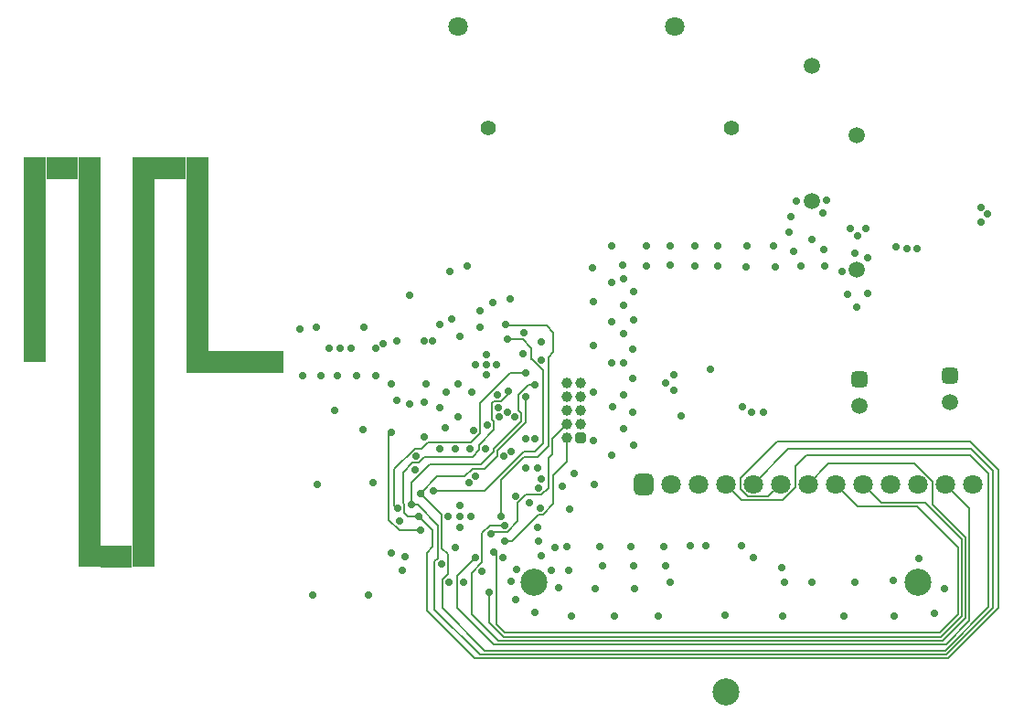
<source format=gbr>
%TF.GenerationSoftware,KiCad,Pcbnew,8.0.6-1.fc40*%
%TF.CreationDate,2024-12-16T09:47:33-08:00*%
%TF.ProjectId,energy_meter,656e6572-6779-45f6-9d65-7465722e6b69,0*%
%TF.SameCoordinates,Original*%
%TF.FileFunction,Copper,L4,Bot*%
%TF.FilePolarity,Positive*%
%FSLAX46Y46*%
G04 Gerber Fmt 4.6, Leading zero omitted, Abs format (unit mm)*
G04 Created by KiCad (PCBNEW 8.0.6-1.fc40) date 2024-12-16 09:47:33*
%MOMM*%
%LPD*%
G01*
G04 APERTURE LIST*
G04 Aperture macros list*
%AMRoundRect*
0 Rectangle with rounded corners*
0 $1 Rounding radius*
0 $2 $3 $4 $5 $6 $7 $8 $9 X,Y pos of 4 corners*
0 Add a 4 corners polygon primitive as box body*
4,1,4,$2,$3,$4,$5,$6,$7,$8,$9,$2,$3,0*
0 Add four circle primitives for the rounded corners*
1,1,$1+$1,$2,$3*
1,1,$1+$1,$4,$5*
1,1,$1+$1,$6,$7*
1,1,$1+$1,$8,$9*
0 Add four rect primitives between the rounded corners*
20,1,$1+$1,$2,$3,$4,$5,0*
20,1,$1+$1,$4,$5,$6,$7,0*
20,1,$1+$1,$6,$7,$8,$9,0*
20,1,$1+$1,$8,$9,$2,$3,0*%
G04 Aperture macros list end*
%TA.AperFunction,ComponentPad*%
%ADD10RoundRect,0.250000X0.250000X-0.250000X0.250000X0.250000X-0.250000X0.250000X-0.250000X-0.250000X0*%
%TD*%
%TA.AperFunction,ComponentPad*%
%ADD11C,1.000000*%
%TD*%
%TA.AperFunction,ComponentPad*%
%ADD12RoundRect,0.375000X-0.375000X0.375000X-0.375000X-0.375000X0.375000X-0.375000X0.375000X0.375000X0*%
%TD*%
%TA.AperFunction,ComponentPad*%
%ADD13C,1.500000*%
%TD*%
%TA.AperFunction,ComponentPad*%
%ADD14C,1.400000*%
%TD*%
%TA.AperFunction,SMDPad,CuDef*%
%ADD15R,3.000000X2.000000*%
%TD*%
%TA.AperFunction,ComponentPad*%
%ADD16C,0.500000*%
%TD*%
%TA.AperFunction,SMDPad,CuDef*%
%ADD17R,2.000000X38.000000*%
%TD*%
%TA.AperFunction,SMDPad,CuDef*%
%ADD18R,9.000000X2.000000*%
%TD*%
%TA.AperFunction,SMDPad,CuDef*%
%ADD19R,2.000000X19.000000*%
%TD*%
%TA.AperFunction,SMDPad,CuDef*%
%ADD20R,2.000000X18.000000*%
%TD*%
%TA.AperFunction,ComponentPad*%
%ADD21RoundRect,0.450000X-0.450000X-0.550000X0.450000X-0.550000X0.450000X0.550000X-0.450000X0.550000X0*%
%TD*%
%TA.AperFunction,ComponentPad*%
%ADD22C,1.800000*%
%TD*%
%TA.AperFunction,ComponentPad*%
%ADD23C,2.500000*%
%TD*%
%TA.AperFunction,ViaPad*%
%ADD24C,0.700000*%
%TD*%
%TA.AperFunction,Conductor*%
%ADD25C,0.200000*%
%TD*%
G04 APERTURE END LIST*
D10*
%TO.P,J401,1,Vref*%
%TO.N,+3V*%
X126500000Y-84980000D03*
D11*
%TO.P,J401,2,SWDIO*%
%TO.N,Net-(J401-SWDIO)*%
X125230000Y-84980000D03*
%TO.P,J401,3,GND*%
%TO.N,GND*%
X126500000Y-83710000D03*
%TO.P,J401,4,SWCLK*%
%TO.N,Net-(J401-SWCLK)*%
X125230000Y-83710000D03*
%TO.P,J401,5,GND*%
%TO.N,GND*%
X126500000Y-82440000D03*
%TO.P,J401,6,SWO*%
%TO.N,unconnected-(J401-SWO-Pad6)*%
X125230000Y-82440000D03*
%TO.P,J401,7,NC*%
%TO.N,unconnected-(J401-NC-Pad7)*%
X126500000Y-81170000D03*
%TO.P,J401,8,NC*%
%TO.N,unconnected-(J401-NC-Pad8)*%
X125230000Y-81170000D03*
%TO.P,J401,9,NC*%
%TO.N,unconnected-(J401-NC-Pad9)*%
X126500000Y-79900000D03*
%TO.P,J401,10,~{RESET}*%
%TO.N,/HMI.Reset*%
X125230000Y-79900000D03*
%TD*%
D12*
%TO.P,C208,1*%
%TO.N,/Power/12V\u002C50mA*%
X160700000Y-79250000D03*
D13*
%TO.P,C208,2*%
%TO.N,GND*%
X160700000Y-81750000D03*
%TD*%
D14*
%TO.P,C203,1*%
%TO.N,Net-(C203-Pad1)*%
X117950000Y-56300000D03*
%TO.P,C203,2*%
%TO.N,Net-(D202-K)*%
X140450000Y-56300000D03*
%TD*%
D15*
%TO.P,A601,1,1*%
%TO.N,Net-(A601-Pad1)*%
X83500000Y-96000000D03*
D16*
X81000000Y-95900000D03*
X86000000Y-95900000D03*
X81000000Y-87400000D03*
X86000000Y-87400000D03*
X81000000Y-78000000D03*
D17*
X81000000Y-78000000D03*
D16*
X86000000Y-78000000D03*
D17*
X86000000Y-78000000D03*
D16*
X91000000Y-78000000D03*
D18*
X94500000Y-78000000D03*
D16*
X94600000Y-78000000D03*
X97800000Y-78000000D03*
X76000000Y-77700000D03*
X76000000Y-68600000D03*
X81000000Y-68600000D03*
X86000000Y-68600000D03*
X91000000Y-68600000D03*
D19*
X76000000Y-68500000D03*
D20*
X91000000Y-68000000D03*
D16*
X76000000Y-60100000D03*
X81000000Y-60100000D03*
X86000000Y-60100000D03*
X91000000Y-60100000D03*
D15*
X78500000Y-60000000D03*
X88500000Y-60000000D03*
%TD*%
D21*
%TO.P,J501,1,VIN*%
%TO.N,+3V*%
X132320000Y-89300000D03*
D22*
%TO.P,J501,2,3V3*%
%TO.N,unconnected-(J501-3V3-Pad2)*%
X134860000Y-89300000D03*
%TO.P,J501,3,GND*%
%TO.N,GND*%
X137400000Y-89300000D03*
%TO.P,J501,4,SCK*%
%TO.N,/SPI.SCK*%
X139940000Y-89300000D03*
%TO.P,J501,5,MISO*%
%TO.N,/SPI.Miso*%
X142480000Y-89300000D03*
%TO.P,J501,6,MOSI*%
%TO.N,/SPI.Mosi*%
X145020000Y-89300000D03*
%TO.P,J501,7,ECS*%
%TO.N,/HMI.ECS*%
X147560000Y-89300000D03*
%TO.P,J501,8,D/C*%
%TO.N,/HMI.DC*%
X150100000Y-89300000D03*
%TO.P,J501,9,SRCS*%
%TO.N,/HMI.SRCS*%
X152640000Y-89300000D03*
%TO.P,J501,10,SDCS*%
%TO.N,unconnected-(J501-SDCS-Pad10)*%
X155180000Y-89300000D03*
%TO.P,J501,11,RST*%
%TO.N,/HMI.Reset*%
X157720000Y-89300000D03*
%TO.P,J501,12,BUSY*%
%TO.N,/HMI.Busy*%
X160260000Y-89300000D03*
%TO.P,J501,13,ENA*%
%TO.N,unconnected-(J501-ENA-Pad13)*%
X162800000Y-89300000D03*
%TD*%
D12*
%TO.P,C207,1*%
%TO.N,/Power/12V\u002C50mA*%
X152300000Y-79550000D03*
D13*
%TO.P,C207,2*%
%TO.N,GND*%
X152300000Y-82050000D03*
%TD*%
D23*
%TO.P,T301,*%
%TO.N,*%
X140000000Y-108580000D03*
%TO.P,T301,1,1*%
%TO.N,Net-(R301-Pad2)*%
X157780000Y-98420000D03*
%TO.P,T301,2,2*%
%TO.N,Net-(R302-Pad2)*%
X122220000Y-98420000D03*
%TD*%
D13*
%TO.P,R306,1*%
%TO.N,/Power/AC.Neutral*%
X152100000Y-56950000D03*
%TO.P,R306,2*%
%TO.N,/Microcontroller/Sense.Neutral*%
X152100000Y-69450000D03*
%TD*%
D22*
%TO.P,R202,1*%
%TO.N,Net-(F201-Pad2)*%
X135200000Y-46900000D03*
%TO.P,R202,2*%
%TO.N,Net-(C203-Pad1)*%
X115200000Y-46900000D03*
%TD*%
D13*
%TO.P,R305,1*%
%TO.N,/Power/AC.Line*%
X147900000Y-50550000D03*
%TO.P,R305,2*%
%TO.N,/Microcontroller/Sense.Line*%
X147900000Y-63050000D03*
%TD*%
D24*
%TO.N,GND*%
X127800000Y-89300000D03*
X155550000Y-101550000D03*
X100500000Y-74900000D03*
X146500000Y-63100000D03*
X122900000Y-95900000D03*
X118700000Y-78250000D03*
X134400000Y-96900000D03*
X147900000Y-66600000D03*
X149000000Y-67600000D03*
X127700000Y-85300000D03*
X133700000Y-101500000D03*
X112200000Y-80000000D03*
X143400000Y-82600000D03*
X115300000Y-93350000D03*
X103250000Y-76750000D03*
X141800000Y-69200000D03*
X115300000Y-91250000D03*
X151500000Y-65600000D03*
X119000000Y-83100000D03*
X110250000Y-96000000D03*
X120000000Y-72100000D03*
X127900000Y-99000000D03*
X125900000Y-88300000D03*
X123800000Y-97300000D03*
X129400000Y-78100000D03*
X129400000Y-74300000D03*
X129400000Y-70600000D03*
X116000000Y-69100000D03*
X135800000Y-83000000D03*
X134800000Y-98400000D03*
X129600000Y-101500000D03*
X105250000Y-76750000D03*
X150700000Y-69600000D03*
X153100000Y-71600000D03*
X116800000Y-78250000D03*
X106850000Y-99600000D03*
X114250000Y-92300000D03*
X114900000Y-86000000D03*
X138100000Y-95000000D03*
X110700000Y-71800000D03*
X163600000Y-65000000D03*
X124800000Y-89500000D03*
X116400000Y-80800000D03*
X134400000Y-79900000D03*
X129400000Y-86600000D03*
X125200000Y-95100000D03*
X134800000Y-69000000D03*
X117900000Y-83800000D03*
X152900000Y-65600000D03*
X119700000Y-82600000D03*
X149100000Y-69100000D03*
X114600000Y-74000000D03*
X128500000Y-96900000D03*
X163600000Y-63700000D03*
X120500000Y-100000000D03*
X117700000Y-86000000D03*
X139200000Y-69100000D03*
X149300000Y-63000000D03*
X109500000Y-76000000D03*
X160200000Y-99000000D03*
X145100000Y-97000000D03*
X151900000Y-67900000D03*
X128300000Y-95100000D03*
X139900000Y-101400000D03*
X113500000Y-82250000D03*
X127700000Y-76500000D03*
X132600000Y-69100000D03*
X139200000Y-67200000D03*
X122900000Y-76100000D03*
X152100000Y-72900000D03*
X115300000Y-92300000D03*
X155700000Y-67300000D03*
X113500000Y-86000000D03*
X151200000Y-71700000D03*
X153100000Y-68300000D03*
X112000000Y-81750000D03*
X113500000Y-74500000D03*
X141900000Y-67200000D03*
X131400000Y-96900000D03*
X117750000Y-79200000D03*
X114400000Y-69600000D03*
X136700000Y-95000000D03*
X142300000Y-82600000D03*
X104000000Y-79250000D03*
X151900000Y-98400000D03*
X118800000Y-81000000D03*
X120600000Y-97200000D03*
X145800000Y-66000000D03*
X105750000Y-79250000D03*
X120400000Y-83100000D03*
X148900000Y-64200000D03*
X127700000Y-72400000D03*
X144400000Y-67200000D03*
X124500000Y-98900000D03*
X112000000Y-76000000D03*
X107500000Y-79250000D03*
X145200000Y-101500000D03*
X157800000Y-96200000D03*
X107300000Y-89200000D03*
X107500000Y-76750000D03*
X118400000Y-72500000D03*
X150850000Y-101550000D03*
X156700000Y-67500000D03*
X102500000Y-79250000D03*
X114300000Y-98400000D03*
X141400000Y-95000000D03*
X114900000Y-95200000D03*
X132600000Y-67200000D03*
X159250000Y-101250000D03*
X164200000Y-64300000D03*
X106400000Y-74800000D03*
X131500000Y-99000000D03*
X122600000Y-94600000D03*
X121400000Y-85100000D03*
X120500000Y-90400000D03*
X109750000Y-92750000D03*
X116600000Y-84300000D03*
X115200000Y-83100000D03*
X135100000Y-79200000D03*
X117750000Y-78250000D03*
X147900000Y-98400000D03*
X122900000Y-77800000D03*
X101700000Y-99550000D03*
X125500000Y-91600000D03*
X146900000Y-69100000D03*
X111300000Y-86700000D03*
X109000000Y-80000000D03*
X102100000Y-89300000D03*
X127600000Y-69300000D03*
X109500000Y-81500000D03*
X144500000Y-69200000D03*
X129400000Y-67200000D03*
X142500000Y-96100000D03*
X116176805Y-89176805D03*
X124100000Y-95200000D03*
X100750000Y-79250000D03*
X157700000Y-67500000D03*
X129500000Y-82100000D03*
X103750000Y-82500000D03*
X104250000Y-76750000D03*
X122250000Y-101200000D03*
X146000000Y-64500000D03*
X102000000Y-74800000D03*
X125400000Y-97300000D03*
X134800000Y-67200000D03*
X120100000Y-98300000D03*
X108250000Y-76250000D03*
X141500000Y-82100000D03*
X117750000Y-77300000D03*
X130400000Y-69000000D03*
X119300000Y-96100000D03*
X137100000Y-69100000D03*
X116300000Y-86000000D03*
X122300000Y-85100000D03*
X127700000Y-80800000D03*
X155500000Y-98200000D03*
X152200000Y-66300000D03*
X137100000Y-67200000D03*
X117200000Y-73200000D03*
X146200000Y-67700000D03*
X112000000Y-84900000D03*
X115700000Y-98400000D03*
X131200000Y-95100000D03*
X138500000Y-78650000D03*
X112750000Y-76000000D03*
X109000000Y-95700000D03*
X125650000Y-101550000D03*
X134200000Y-95100000D03*
X116350000Y-92300000D03*
X135100000Y-80600000D03*
X110700000Y-81900000D03*
%TO.N,+3V*%
X121200000Y-77200000D03*
X131400000Y-74050000D03*
X131400000Y-71450000D03*
X114000000Y-84100000D03*
X130500000Y-70250000D03*
X119400000Y-86700000D03*
X130500000Y-84150000D03*
X130500000Y-72750000D03*
X120100000Y-86300000D03*
X145350000Y-98400000D03*
X115200000Y-80000000D03*
X110000000Y-97300000D03*
X131400000Y-85650000D03*
X130450000Y-81050000D03*
X131350000Y-76800000D03*
X111150000Y-87950000D03*
X131350000Y-82600000D03*
X131350000Y-79500000D03*
X130450000Y-78050000D03*
X115300000Y-75650000D03*
X117204134Y-74800000D03*
X114050000Y-80800000D03*
X106386701Y-84266931D03*
X130500000Y-75400000D03*
X118900000Y-82250000D03*
X121250000Y-75300000D03*
%TO.N,+1.8V*%
X122900000Y-88800000D03*
X122500000Y-93300000D03*
X121800000Y-91000000D03*
X122600000Y-89700000D03*
X117400000Y-97350000D03*
X122500000Y-87800000D03*
X116777847Y-88575763D03*
X121400000Y-87800000D03*
X122800000Y-91500000D03*
X113600000Y-96700000D03*
%TO.N,Net-(J401-SWCLK)*%
X118180425Y-93913170D03*
%TO.N,Net-(J401-SWDIO)*%
X119450000Y-94550000D03*
%TO.N,/HMI.Busy*%
X116800000Y-96100000D03*
%TO.N,/HMI.ECS*%
X119450000Y-93100000D03*
%TO.N,/HMI.SRCS*%
X118000000Y-99300000D03*
%TO.N,/SPI.Mosi*%
X111500000Y-92250000D03*
X119800000Y-80700000D03*
%TO.N,/HMI.DC*%
X118500000Y-95600000D03*
%TO.N,/SPI.Miso*%
X110800000Y-91200000D03*
X122300000Y-80100000D03*
%TO.N,/SPI.SCK*%
X111650000Y-90150000D03*
X121400000Y-81200000D03*
%TO.N,/HMI.LED*%
X109000000Y-84500000D03*
X111651805Y-93600000D03*
%TO.N,/Radio.GDO2*%
X109550000Y-91550000D03*
X121400000Y-79000000D03*
%TO.N,/Radio.CS*%
X119550000Y-74500000D03*
X119100000Y-92300000D03*
%TO.N,/Radio.GDO0*%
X112900000Y-89900000D03*
X119700000Y-75900000D03*
%TD*%
D25*
%TO.N,Net-(J401-SWCLK)*%
X119400000Y-93700000D02*
X119698529Y-93700000D01*
X121450000Y-90300000D02*
X122848529Y-90300000D01*
X122848529Y-90300000D02*
X123500000Y-89648529D01*
X119698529Y-93700000D02*
X120700000Y-92698529D01*
X118180425Y-93913170D02*
X118393595Y-93700000D01*
X118393595Y-93700000D02*
X119400000Y-93700000D01*
X123500000Y-89648529D02*
X123500000Y-86900000D01*
X120700000Y-91050000D02*
X121450000Y-90300000D01*
X123850000Y-86550000D02*
X123850000Y-85090000D01*
X123500000Y-86900000D02*
X123850000Y-86550000D01*
X123850000Y-85090000D02*
X125230000Y-83710000D01*
X119400000Y-93700000D02*
X119700000Y-93700000D01*
X120700000Y-92698529D02*
X120700000Y-91050000D01*
%TO.N,Net-(J401-SWDIO)*%
X119450000Y-94550000D02*
X120150000Y-94550000D01*
X120150000Y-94550000D02*
X122600000Y-92100000D01*
X124000000Y-91148529D02*
X124000000Y-88450000D01*
X124000000Y-88450000D02*
X125230000Y-87220000D01*
X123048529Y-92100000D02*
X124000000Y-91148529D01*
X125230000Y-87220000D02*
X125230000Y-84980000D01*
X122600000Y-92100000D02*
X123048529Y-92100000D01*
%TO.N,/HMI.Busy*%
X115100000Y-100750000D02*
X118500000Y-104150000D01*
X116800000Y-96100000D02*
X115100000Y-97800000D01*
X162525000Y-101975000D02*
X162525000Y-91565000D01*
X162525000Y-91565000D02*
X160260000Y-89300000D01*
X118500000Y-104150000D02*
X160350000Y-104150000D01*
X115100000Y-97800000D02*
X115100000Y-100750000D01*
X160350000Y-104150000D02*
X162525000Y-101975000D01*
%TO.N,/HMI.ECS*%
X157450000Y-87400000D02*
X149460000Y-87400000D01*
X149460000Y-87400000D02*
X147560000Y-89300000D01*
X162175000Y-101675000D02*
X162175000Y-94280026D01*
X118850000Y-103800000D02*
X160050000Y-103800000D01*
X159110000Y-91215025D02*
X162175000Y-94280026D01*
X116400000Y-97501471D02*
X116400000Y-101350000D01*
X117400000Y-96501471D02*
X116400000Y-97501471D01*
X159110000Y-91215025D02*
X159110000Y-89060000D01*
X118145066Y-93100000D02*
X117400000Y-93845066D01*
X159110000Y-89060000D02*
X157450000Y-87400000D01*
X116400000Y-101350000D02*
X118850000Y-103800000D01*
X117400000Y-93845066D02*
X117400000Y-96501471D01*
X160050000Y-103800000D02*
X162175000Y-101675000D01*
X119450000Y-93100000D02*
X118145066Y-93100000D01*
%TO.N,/HMI.SRCS*%
X159850000Y-103450000D02*
X161800000Y-101500001D01*
X158405000Y-91005000D02*
X154345000Y-91005000D01*
X161800000Y-101500001D02*
X161800000Y-94400000D01*
X118000000Y-102094974D02*
X119355026Y-103450000D01*
X118000000Y-99300000D02*
X118000000Y-102094974D01*
X161800000Y-94400000D02*
X158405000Y-91005000D01*
X119355026Y-103450000D02*
X159850000Y-103450000D01*
X154345000Y-91005000D02*
X152640000Y-89300000D01*
%TO.N,/SPI.Mosi*%
X119150000Y-81600000D02*
X119800000Y-80950000D01*
X110951471Y-87300000D02*
X111555026Y-87300000D01*
X117100000Y-85650000D02*
X118500000Y-84250000D01*
X144700000Y-85350000D02*
X162600000Y-85350000D01*
X110050000Y-91050000D02*
X110050000Y-88201471D01*
X110050000Y-88201471D02*
X110951471Y-87300000D01*
X141330000Y-89780000D02*
X141330000Y-88720000D01*
X110200000Y-91950000D02*
X110200000Y-91200000D01*
X118500000Y-81600000D02*
X119150000Y-81600000D01*
X165200000Y-100784924D02*
X160534924Y-105450000D01*
X141330000Y-88720000D02*
X144700000Y-85350000D01*
X112800000Y-95100000D02*
X112800000Y-93550000D01*
X112800000Y-93550000D02*
X111500000Y-92250000D01*
X111555026Y-87300000D02*
X112052513Y-86802513D01*
X145020000Y-89300000D02*
X143870000Y-90450000D01*
X112250000Y-101050000D02*
X112250000Y-95650000D01*
X116500000Y-86750000D02*
X117100000Y-86150000D01*
X165200000Y-87950000D02*
X165200000Y-100784924D01*
X143870000Y-90450000D02*
X142000000Y-90450000D01*
X116650000Y-105450000D02*
X112250000Y-101050000D01*
X112052513Y-86802513D02*
X112105025Y-86750000D01*
X119800000Y-80950000D02*
X119800000Y-80700000D01*
X112105025Y-86750000D02*
X116500000Y-86750000D01*
X112250000Y-95650000D02*
X112800000Y-95100000D01*
X160534924Y-105450000D02*
X116650000Y-105450000D01*
X118500000Y-83500000D02*
X118300000Y-83300000D01*
X110500000Y-92250000D02*
X110200000Y-91950000D01*
X162600000Y-85350000D02*
X165200000Y-87950000D01*
X110200000Y-91200000D02*
X110050000Y-91050000D01*
X118300000Y-81800000D02*
X118500000Y-81600000D01*
X118500000Y-84250000D02*
X118500000Y-83500000D01*
X111500000Y-92250000D02*
X110500000Y-92250000D01*
X142000000Y-90450000D02*
X141330000Y-89780000D01*
X117100000Y-86150000D02*
X117100000Y-85650000D01*
X118300000Y-83300000D02*
X118300000Y-81800000D01*
%TO.N,/HMI.DC*%
X119500000Y-103050000D02*
X118700000Y-102250000D01*
X150100000Y-89300000D02*
X152200000Y-91400000D01*
X118700000Y-102250000D02*
X118700000Y-95800000D01*
X159755026Y-103050000D02*
X119500000Y-103050000D01*
X118700000Y-95800000D02*
X118500000Y-95600000D01*
X152200000Y-91400000D02*
X157700000Y-91400000D01*
X157700000Y-91400000D02*
X161450000Y-95150000D01*
X161450000Y-95150000D02*
X161450000Y-101355026D01*
X161450000Y-101355026D02*
X159755026Y-103050000D01*
%TO.N,/SPI.Miso*%
X121651471Y-80100000D02*
X120750000Y-81001471D01*
X120750000Y-82500000D02*
X121000000Y-82750000D01*
X113300000Y-96151471D02*
X113000000Y-96451471D01*
X120750000Y-81001471D02*
X120750000Y-82500000D01*
X113000000Y-96451471D02*
X113000000Y-100900000D01*
X112500000Y-87500000D02*
X110800000Y-89200000D01*
X160389949Y-105100000D02*
X164700000Y-100789949D01*
X121000000Y-82750000D02*
X121000000Y-83450000D01*
X164700000Y-100789949D02*
X164700000Y-88050000D01*
X110800000Y-91200000D02*
X111400000Y-91200000D01*
X118450000Y-86300000D02*
X117250000Y-87500000D01*
X162700000Y-86050000D02*
X145730000Y-86050000D01*
X164700000Y-88050000D02*
X162700000Y-86050000D01*
X121000000Y-83450000D02*
X118450000Y-86000000D01*
X117200000Y-105100000D02*
X160389949Y-105100000D01*
X113300000Y-93100000D02*
X113300000Y-96151471D01*
X122300000Y-80100000D02*
X121651471Y-80100000D01*
X113000000Y-100900000D02*
X117200000Y-105100000D01*
X111400000Y-91200000D02*
X113300000Y-93100000D01*
X110800000Y-89200000D02*
X110800000Y-91200000D01*
X145730000Y-86050000D02*
X142480000Y-89300000D01*
X117250000Y-87500000D02*
X112500000Y-87500000D01*
X118450000Y-86000000D02*
X118450000Y-86300000D01*
%TO.N,/SPI.SCK*%
X114200000Y-95800000D02*
X114200000Y-97600000D01*
X118800000Y-86200000D02*
X121400000Y-83600000D01*
X113650000Y-95250000D02*
X114200000Y-95800000D01*
X115750000Y-88600000D02*
X116500000Y-87850000D01*
X146410000Y-87640000D02*
X146410000Y-89590000D01*
X116500000Y-87850000D02*
X117650000Y-87850000D01*
X117650000Y-104700000D02*
X160294975Y-104700000D01*
X117650000Y-87850000D02*
X118800000Y-86700000D01*
X113700000Y-98100000D02*
X113700000Y-100750000D01*
X111650000Y-90150000D02*
X113200000Y-88600000D01*
X111650000Y-90150000D02*
X113650000Y-92150000D01*
X145200000Y-90800000D02*
X141440000Y-90800000D01*
X162550001Y-86600000D02*
X147450000Y-86600000D01*
X146410000Y-89590000D02*
X145200000Y-90800000D01*
X113650000Y-92150000D02*
X113650000Y-95250000D01*
X121400000Y-83600000D02*
X121400000Y-81200000D01*
X160294975Y-104700000D02*
X164300000Y-100694975D01*
X113200000Y-88600000D02*
X115750000Y-88600000D01*
X147450000Y-86600000D02*
X146410000Y-87640000D01*
X118800000Y-86700000D02*
X118800000Y-86200000D01*
X113700000Y-100750000D02*
X117650000Y-104700000D01*
X114200000Y-97600000D02*
X113700000Y-98100000D01*
X141440000Y-90800000D02*
X139940000Y-89300000D01*
X164300000Y-88349999D02*
X162550001Y-86600000D01*
X164300000Y-100694975D02*
X164300000Y-88349999D01*
%TO.N,/HMI.LED*%
X109751471Y-93600000D02*
X108750000Y-92598529D01*
X108750000Y-84750000D02*
X109000000Y-84500000D01*
X111651805Y-93600000D02*
X109751471Y-93600000D01*
X108750000Y-92598529D02*
X108750000Y-84750000D01*
%TO.N,/Radio.GDO2*%
X116348529Y-85400000D02*
X112348529Y-85400000D01*
X117200000Y-81751470D02*
X117200000Y-84548529D01*
X117200000Y-84548529D02*
X116348529Y-85400000D01*
X121400000Y-79000000D02*
X119951471Y-79000000D01*
X111151471Y-86000000D02*
X109250000Y-87901471D01*
X111748529Y-86000000D02*
X111151471Y-86000000D01*
X112348529Y-85400000D02*
X111748529Y-86000000D01*
X109250000Y-91250000D02*
X109550000Y-91550000D01*
X119951471Y-79000000D02*
X117200000Y-81751470D01*
X109250000Y-87901471D02*
X109250000Y-91250000D01*
%TO.N,/Radio.CS*%
X121244974Y-86750000D02*
X119100000Y-88894974D01*
X123500000Y-85750000D02*
X122500000Y-86750000D01*
X119700000Y-74600000D02*
X123350000Y-74600000D01*
X119550000Y-74500000D02*
X119700000Y-74600000D01*
X123350000Y-74600000D02*
X124000000Y-75250000D01*
X119100000Y-88894974D02*
X119100000Y-92300000D01*
X122500000Y-86750000D02*
X121244974Y-86750000D01*
X124000000Y-75250000D02*
X124000000Y-77048529D01*
X123500000Y-77548529D02*
X123500000Y-85750000D01*
X124000000Y-77048529D02*
X123500000Y-77548529D01*
%TO.N,/Radio.GDO0*%
X121250000Y-86250000D02*
X122250000Y-86250000D01*
X123000000Y-78748528D02*
X122000736Y-77749264D01*
X123000000Y-85500000D02*
X123000000Y-78748528D01*
X121951471Y-76701471D02*
X121150000Y-75900000D01*
X121951471Y-77700000D02*
X121951471Y-76701471D01*
X117600000Y-89900000D02*
X121250000Y-86250000D01*
X122000736Y-77749264D02*
X121951471Y-77700000D01*
X122250000Y-86250000D02*
X123000000Y-85500000D01*
X112900000Y-89900000D02*
X117600000Y-89900000D01*
X121150000Y-75900000D02*
X119700000Y-75900000D01*
%TD*%
M02*

</source>
